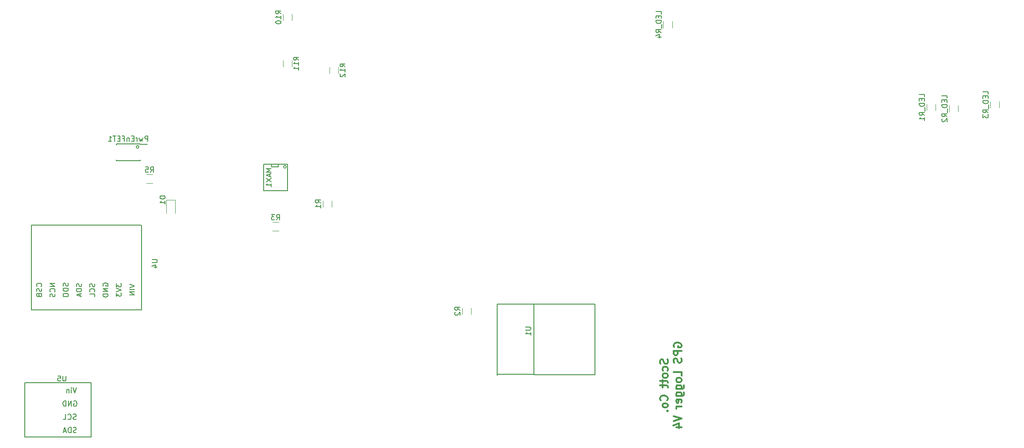
<source format=gbr>
G04 #@! TF.GenerationSoftware,KiCad,Pcbnew,(5.0.0)*
G04 #@! TF.CreationDate,2018-10-04T00:03:41-07:00*
G04 #@! TF.ProjectId,GPSLogger,4750534C6F676765722E6B696361645F,rev?*
G04 #@! TF.SameCoordinates,Original*
G04 #@! TF.FileFunction,Legend,Bot*
G04 #@! TF.FilePolarity,Positive*
%FSLAX46Y46*%
G04 Gerber Fmt 4.6, Leading zero omitted, Abs format (unit mm)*
G04 Created by KiCad (PCBNEW (5.0.0)) date 10/04/18 00:03:41*
%MOMM*%
%LPD*%
G01*
G04 APERTURE LIST*
%ADD10C,0.375000*%
%ADD11C,0.120000*%
%ADD12C,0.150000*%
G04 APERTURE END LIST*
D10*
X150120642Y-87477714D02*
X150192071Y-87692000D01*
X150192071Y-88049142D01*
X150120642Y-88192000D01*
X150049214Y-88263428D01*
X149906357Y-88334857D01*
X149763500Y-88334857D01*
X149620642Y-88263428D01*
X149549214Y-88192000D01*
X149477785Y-88049142D01*
X149406357Y-87763428D01*
X149334928Y-87620571D01*
X149263500Y-87549142D01*
X149120642Y-87477714D01*
X148977785Y-87477714D01*
X148834928Y-87549142D01*
X148763500Y-87620571D01*
X148692071Y-87763428D01*
X148692071Y-88120571D01*
X148763500Y-88334857D01*
X150120642Y-89620571D02*
X150192071Y-89477714D01*
X150192071Y-89192000D01*
X150120642Y-89049142D01*
X150049214Y-88977714D01*
X149906357Y-88906285D01*
X149477785Y-88906285D01*
X149334928Y-88977714D01*
X149263500Y-89049142D01*
X149192071Y-89192000D01*
X149192071Y-89477714D01*
X149263500Y-89620571D01*
X150192071Y-90477714D02*
X150120642Y-90334857D01*
X150049214Y-90263428D01*
X149906357Y-90192000D01*
X149477785Y-90192000D01*
X149334928Y-90263428D01*
X149263500Y-90334857D01*
X149192071Y-90477714D01*
X149192071Y-90692000D01*
X149263500Y-90834857D01*
X149334928Y-90906285D01*
X149477785Y-90977714D01*
X149906357Y-90977714D01*
X150049214Y-90906285D01*
X150120642Y-90834857D01*
X150192071Y-90692000D01*
X150192071Y-90477714D01*
X149192071Y-91406285D02*
X149192071Y-91977714D01*
X148692071Y-91620571D02*
X149977785Y-91620571D01*
X150120642Y-91692000D01*
X150192071Y-91834857D01*
X150192071Y-91977714D01*
X149192071Y-92263428D02*
X149192071Y-92834857D01*
X148692071Y-92477714D02*
X149977785Y-92477714D01*
X150120642Y-92549142D01*
X150192071Y-92692000D01*
X150192071Y-92834857D01*
X150049214Y-95334857D02*
X150120642Y-95263428D01*
X150192071Y-95049142D01*
X150192071Y-94906285D01*
X150120642Y-94692000D01*
X149977785Y-94549142D01*
X149834928Y-94477714D01*
X149549214Y-94406285D01*
X149334928Y-94406285D01*
X149049214Y-94477714D01*
X148906357Y-94549142D01*
X148763500Y-94692000D01*
X148692071Y-94906285D01*
X148692071Y-95049142D01*
X148763500Y-95263428D01*
X148834928Y-95334857D01*
X150192071Y-96192000D02*
X150120642Y-96049142D01*
X150049214Y-95977714D01*
X149906357Y-95906285D01*
X149477785Y-95906285D01*
X149334928Y-95977714D01*
X149263500Y-96049142D01*
X149192071Y-96192000D01*
X149192071Y-96406285D01*
X149263500Y-96549142D01*
X149334928Y-96620571D01*
X149477785Y-96692000D01*
X149906357Y-96692000D01*
X150049214Y-96620571D01*
X150120642Y-96549142D01*
X150192071Y-96406285D01*
X150192071Y-96192000D01*
X150049214Y-97334857D02*
X150120642Y-97406285D01*
X150192071Y-97334857D01*
X150120642Y-97263428D01*
X150049214Y-97334857D01*
X150192071Y-97334857D01*
X151388500Y-85120571D02*
X151317071Y-84977714D01*
X151317071Y-84763428D01*
X151388500Y-84549142D01*
X151531357Y-84406285D01*
X151674214Y-84334857D01*
X151959928Y-84263428D01*
X152174214Y-84263428D01*
X152459928Y-84334857D01*
X152602785Y-84406285D01*
X152745642Y-84549142D01*
X152817071Y-84763428D01*
X152817071Y-84906285D01*
X152745642Y-85120571D01*
X152674214Y-85192000D01*
X152174214Y-85192000D01*
X152174214Y-84906285D01*
X152817071Y-85834857D02*
X151317071Y-85834857D01*
X151317071Y-86406285D01*
X151388500Y-86549142D01*
X151459928Y-86620571D01*
X151602785Y-86692000D01*
X151817071Y-86692000D01*
X151959928Y-86620571D01*
X152031357Y-86549142D01*
X152102785Y-86406285D01*
X152102785Y-85834857D01*
X152745642Y-87263428D02*
X152817071Y-87477714D01*
X152817071Y-87834857D01*
X152745642Y-87977714D01*
X152674214Y-88049142D01*
X152531357Y-88120571D01*
X152388500Y-88120571D01*
X152245642Y-88049142D01*
X152174214Y-87977714D01*
X152102785Y-87834857D01*
X152031357Y-87549142D01*
X151959928Y-87406285D01*
X151888500Y-87334857D01*
X151745642Y-87263428D01*
X151602785Y-87263428D01*
X151459928Y-87334857D01*
X151388500Y-87406285D01*
X151317071Y-87549142D01*
X151317071Y-87906285D01*
X151388500Y-88120571D01*
X152817071Y-90620571D02*
X152817071Y-89906285D01*
X151317071Y-89906285D01*
X152817071Y-91334857D02*
X152745642Y-91192000D01*
X152674214Y-91120571D01*
X152531357Y-91049142D01*
X152102785Y-91049142D01*
X151959928Y-91120571D01*
X151888500Y-91192000D01*
X151817071Y-91334857D01*
X151817071Y-91549142D01*
X151888500Y-91692000D01*
X151959928Y-91763428D01*
X152102785Y-91834857D01*
X152531357Y-91834857D01*
X152674214Y-91763428D01*
X152745642Y-91692000D01*
X152817071Y-91549142D01*
X152817071Y-91334857D01*
X151817071Y-93120571D02*
X153031357Y-93120571D01*
X153174214Y-93049142D01*
X153245642Y-92977714D01*
X153317071Y-92834857D01*
X153317071Y-92620571D01*
X153245642Y-92477714D01*
X152745642Y-93120571D02*
X152817071Y-92977714D01*
X152817071Y-92692000D01*
X152745642Y-92549142D01*
X152674214Y-92477714D01*
X152531357Y-92406285D01*
X152102785Y-92406285D01*
X151959928Y-92477714D01*
X151888500Y-92549142D01*
X151817071Y-92692000D01*
X151817071Y-92977714D01*
X151888500Y-93120571D01*
X151817071Y-94477714D02*
X153031357Y-94477714D01*
X153174214Y-94406285D01*
X153245642Y-94334857D01*
X153317071Y-94192000D01*
X153317071Y-93977714D01*
X153245642Y-93834857D01*
X152745642Y-94477714D02*
X152817071Y-94334857D01*
X152817071Y-94049142D01*
X152745642Y-93906285D01*
X152674214Y-93834857D01*
X152531357Y-93763428D01*
X152102785Y-93763428D01*
X151959928Y-93834857D01*
X151888500Y-93906285D01*
X151817071Y-94049142D01*
X151817071Y-94334857D01*
X151888500Y-94477714D01*
X152745642Y-95763428D02*
X152817071Y-95620571D01*
X152817071Y-95334857D01*
X152745642Y-95192000D01*
X152602785Y-95120571D01*
X152031357Y-95120571D01*
X151888500Y-95192000D01*
X151817071Y-95334857D01*
X151817071Y-95620571D01*
X151888500Y-95763428D01*
X152031357Y-95834857D01*
X152174214Y-95834857D01*
X152317071Y-95120571D01*
X152817071Y-96477714D02*
X151817071Y-96477714D01*
X152102785Y-96477714D02*
X151959928Y-96549142D01*
X151888500Y-96620571D01*
X151817071Y-96763428D01*
X151817071Y-96906285D01*
X151317071Y-98334857D02*
X152817071Y-98834857D01*
X151317071Y-99334857D01*
X151817071Y-100477714D02*
X152817071Y-100477714D01*
X151245642Y-100120571D02*
X152317071Y-99763428D01*
X152317071Y-100692000D01*
D11*
G04 #@! TO.C,D1*
X54218000Y-56906000D02*
X55918000Y-56906000D01*
X55918000Y-56906000D02*
X55918000Y-59456000D01*
X54218000Y-56906000D02*
X54218000Y-59456000D01*
G04 #@! TO.C,LED_R1*
X201490000Y-39702000D02*
X201490000Y-38502000D01*
X199730000Y-38502000D02*
X199730000Y-39702000D01*
G04 #@! TO.C,LED_R2*
X205808000Y-39956000D02*
X205808000Y-38756000D01*
X204048000Y-38756000D02*
X204048000Y-39956000D01*
G04 #@! TO.C,LED_R3*
X213682000Y-39194000D02*
X213682000Y-37994000D01*
X211922000Y-37994000D02*
X211922000Y-39194000D01*
G04 #@! TO.C,LED_R4*
X151071000Y-23827000D02*
X151071000Y-22627000D01*
X149311000Y-22627000D02*
X149311000Y-23827000D01*
D12*
G04 #@! TO.C,MAX1*
X77166000Y-50532000D02*
G75*
G03X77166000Y-50532000I-254000J0D01*
G01*
X72848000Y-50024000D02*
X72848000Y-55104000D01*
X72848000Y-55104000D02*
X77420000Y-55104000D01*
X77420000Y-55104000D02*
X77420000Y-50024000D01*
X77420000Y-50024000D02*
X72848000Y-50024000D01*
X74372000Y-50024000D02*
X74372000Y-50532000D01*
X74372000Y-50532000D02*
X75642000Y-50532000D01*
X75642000Y-50532000D02*
X75642000Y-50024000D01*
G04 #@! TO.C,PwrEnFET1*
X48972000Y-46722000D02*
G75*
G03X48972000Y-46722000I-254000J0D01*
G01*
X49265000Y-46113000D02*
X49265000Y-46213000D01*
X44615000Y-46113000D02*
X44615000Y-46313000D01*
X44615000Y-49363000D02*
X44615000Y-49163000D01*
X49265000Y-49363000D02*
X49265000Y-49163000D01*
X49265000Y-46113000D02*
X44615000Y-46113000D01*
X49265000Y-49363000D02*
X44615000Y-49363000D01*
X49265000Y-46213000D02*
X50615000Y-46213000D01*
D11*
G04 #@! TO.C,R1*
X85920000Y-58244000D02*
X85920000Y-57044000D01*
X84160000Y-57044000D02*
X84160000Y-58244000D01*
G04 #@! TO.C,R2*
X112590000Y-78818000D02*
X112590000Y-77618000D01*
X110830000Y-77618000D02*
X110830000Y-78818000D01*
G04 #@! TO.C,R3*
X74534000Y-62842000D02*
X75734000Y-62842000D01*
X75734000Y-61082000D02*
X74534000Y-61082000D01*
G04 #@! TO.C,R5*
X50404000Y-53698000D02*
X51604000Y-53698000D01*
X51604000Y-51938000D02*
X50404000Y-51938000D01*
G04 #@! TO.C,R10*
X78300000Y-22430000D02*
X78300000Y-21230000D01*
X76540000Y-21230000D02*
X76540000Y-22430000D01*
G04 #@! TO.C,R11*
X76540000Y-30120000D02*
X76540000Y-31320000D01*
X78300000Y-31320000D02*
X78300000Y-30120000D01*
G04 #@! TO.C,R12*
X85430000Y-31390000D02*
X85430000Y-32590000D01*
X87190000Y-32590000D02*
X87190000Y-31390000D01*
D12*
G04 #@! TO.C,U4*
X28398000Y-77964000D02*
X49398000Y-77964000D01*
X49480000Y-77964000D02*
X49480000Y-61708000D01*
X49398000Y-61708000D02*
X28398000Y-61708000D01*
X28398000Y-61764000D02*
X28398000Y-77964000D01*
G04 #@! TO.C,U5*
X39828000Y-91934000D02*
X39828000Y-102348000D01*
X39828000Y-102348000D02*
X28398000Y-102348000D01*
X28398000Y-102348000D02*
X27128000Y-102348000D01*
X27128000Y-102348000D02*
X27128000Y-91934000D01*
X27128000Y-91934000D02*
X39828000Y-91934000D01*
G04 #@! TO.C,U1*
X124537000Y-90346500D02*
X117615500Y-90346500D01*
X124600500Y-76884500D02*
X117552000Y-76884500D01*
X117552000Y-76884500D02*
X117552000Y-90473500D01*
X136256000Y-76876000D02*
X124556000Y-76876000D01*
X124556000Y-76876000D02*
X124556000Y-90376000D01*
X124556000Y-90376000D02*
X136256000Y-90376000D01*
X136256000Y-76876000D02*
X136256000Y-90376000D01*
G04 #@! TO.C,D1*
X53996380Y-56143904D02*
X52996380Y-56143904D01*
X52996380Y-56382000D01*
X53044000Y-56524857D01*
X53139238Y-56620095D01*
X53234476Y-56667714D01*
X53424952Y-56715333D01*
X53567809Y-56715333D01*
X53758285Y-56667714D01*
X53853523Y-56620095D01*
X53948761Y-56524857D01*
X53996380Y-56382000D01*
X53996380Y-56143904D01*
X53996380Y-57667714D02*
X53996380Y-57096285D01*
X53996380Y-57382000D02*
X52996380Y-57382000D01*
X53139238Y-57286761D01*
X53234476Y-57191523D01*
X53282095Y-57096285D01*
G04 #@! TO.C,LED_R1*
X199362380Y-37102000D02*
X199362380Y-36625809D01*
X198362380Y-36625809D01*
X198838571Y-37435333D02*
X198838571Y-37768666D01*
X199362380Y-37911523D02*
X199362380Y-37435333D01*
X198362380Y-37435333D01*
X198362380Y-37911523D01*
X199362380Y-38340095D02*
X198362380Y-38340095D01*
X198362380Y-38578190D01*
X198410000Y-38721047D01*
X198505238Y-38816285D01*
X198600476Y-38863904D01*
X198790952Y-38911523D01*
X198933809Y-38911523D01*
X199124285Y-38863904D01*
X199219523Y-38816285D01*
X199314761Y-38721047D01*
X199362380Y-38578190D01*
X199362380Y-38340095D01*
X199457619Y-39102000D02*
X199457619Y-39863904D01*
X199362380Y-40673428D02*
X198886190Y-40340095D01*
X199362380Y-40102000D02*
X198362380Y-40102000D01*
X198362380Y-40482952D01*
X198410000Y-40578190D01*
X198457619Y-40625809D01*
X198552857Y-40673428D01*
X198695714Y-40673428D01*
X198790952Y-40625809D01*
X198838571Y-40578190D01*
X198886190Y-40482952D01*
X198886190Y-40102000D01*
X199362380Y-41625809D02*
X199362380Y-41054380D01*
X199362380Y-41340095D02*
X198362380Y-41340095D01*
X198505238Y-41244857D01*
X198600476Y-41149619D01*
X198648095Y-41054380D01*
G04 #@! TO.C,LED_R2*
X203680380Y-37356000D02*
X203680380Y-36879809D01*
X202680380Y-36879809D01*
X203156571Y-37689333D02*
X203156571Y-38022666D01*
X203680380Y-38165523D02*
X203680380Y-37689333D01*
X202680380Y-37689333D01*
X202680380Y-38165523D01*
X203680380Y-38594095D02*
X202680380Y-38594095D01*
X202680380Y-38832190D01*
X202728000Y-38975047D01*
X202823238Y-39070285D01*
X202918476Y-39117904D01*
X203108952Y-39165523D01*
X203251809Y-39165523D01*
X203442285Y-39117904D01*
X203537523Y-39070285D01*
X203632761Y-38975047D01*
X203680380Y-38832190D01*
X203680380Y-38594095D01*
X203775619Y-39356000D02*
X203775619Y-40117904D01*
X203680380Y-40927428D02*
X203204190Y-40594095D01*
X203680380Y-40356000D02*
X202680380Y-40356000D01*
X202680380Y-40736952D01*
X202728000Y-40832190D01*
X202775619Y-40879809D01*
X202870857Y-40927428D01*
X203013714Y-40927428D01*
X203108952Y-40879809D01*
X203156571Y-40832190D01*
X203204190Y-40736952D01*
X203204190Y-40356000D01*
X202775619Y-41308380D02*
X202728000Y-41356000D01*
X202680380Y-41451238D01*
X202680380Y-41689333D01*
X202728000Y-41784571D01*
X202775619Y-41832190D01*
X202870857Y-41879809D01*
X202966095Y-41879809D01*
X203108952Y-41832190D01*
X203680380Y-41260761D01*
X203680380Y-41879809D01*
G04 #@! TO.C,LED_R3*
X211554380Y-36594000D02*
X211554380Y-36117809D01*
X210554380Y-36117809D01*
X211030571Y-36927333D02*
X211030571Y-37260666D01*
X211554380Y-37403523D02*
X211554380Y-36927333D01*
X210554380Y-36927333D01*
X210554380Y-37403523D01*
X211554380Y-37832095D02*
X210554380Y-37832095D01*
X210554380Y-38070190D01*
X210602000Y-38213047D01*
X210697238Y-38308285D01*
X210792476Y-38355904D01*
X210982952Y-38403523D01*
X211125809Y-38403523D01*
X211316285Y-38355904D01*
X211411523Y-38308285D01*
X211506761Y-38213047D01*
X211554380Y-38070190D01*
X211554380Y-37832095D01*
X211649619Y-38594000D02*
X211649619Y-39355904D01*
X211554380Y-40165428D02*
X211078190Y-39832095D01*
X211554380Y-39594000D02*
X210554380Y-39594000D01*
X210554380Y-39974952D01*
X210602000Y-40070190D01*
X210649619Y-40117809D01*
X210744857Y-40165428D01*
X210887714Y-40165428D01*
X210982952Y-40117809D01*
X211030571Y-40070190D01*
X211078190Y-39974952D01*
X211078190Y-39594000D01*
X210554380Y-40498761D02*
X210554380Y-41117809D01*
X210935333Y-40784476D01*
X210935333Y-40927333D01*
X210982952Y-41022571D01*
X211030571Y-41070190D01*
X211125809Y-41117809D01*
X211363904Y-41117809D01*
X211459142Y-41070190D01*
X211506761Y-41022571D01*
X211554380Y-40927333D01*
X211554380Y-40641619D01*
X211506761Y-40546380D01*
X211459142Y-40498761D01*
G04 #@! TO.C,LED_R4*
X148943380Y-21227000D02*
X148943380Y-20750809D01*
X147943380Y-20750809D01*
X148419571Y-21560333D02*
X148419571Y-21893666D01*
X148943380Y-22036523D02*
X148943380Y-21560333D01*
X147943380Y-21560333D01*
X147943380Y-22036523D01*
X148943380Y-22465095D02*
X147943380Y-22465095D01*
X147943380Y-22703190D01*
X147991000Y-22846047D01*
X148086238Y-22941285D01*
X148181476Y-22988904D01*
X148371952Y-23036523D01*
X148514809Y-23036523D01*
X148705285Y-22988904D01*
X148800523Y-22941285D01*
X148895761Y-22846047D01*
X148943380Y-22703190D01*
X148943380Y-22465095D01*
X149038619Y-23227000D02*
X149038619Y-23988904D01*
X148943380Y-24798428D02*
X148467190Y-24465095D01*
X148943380Y-24227000D02*
X147943380Y-24227000D01*
X147943380Y-24607952D01*
X147991000Y-24703190D01*
X148038619Y-24750809D01*
X148133857Y-24798428D01*
X148276714Y-24798428D01*
X148371952Y-24750809D01*
X148419571Y-24703190D01*
X148467190Y-24607952D01*
X148467190Y-24227000D01*
X148276714Y-25655571D02*
X148943380Y-25655571D01*
X147895761Y-25417476D02*
X148610047Y-25179380D01*
X148610047Y-25798428D01*
G04 #@! TO.C,MAX1*
X74316380Y-50849714D02*
X73316380Y-50849714D01*
X74030666Y-51183047D01*
X73316380Y-51516380D01*
X74316380Y-51516380D01*
X74030666Y-51944952D02*
X74030666Y-52421142D01*
X74316380Y-51849714D02*
X73316380Y-52183047D01*
X74316380Y-52516380D01*
X73316380Y-52754476D02*
X74316380Y-53421142D01*
X73316380Y-53421142D02*
X74316380Y-52754476D01*
X74316380Y-54325904D02*
X74316380Y-53754476D01*
X74316380Y-54040190D02*
X73316380Y-54040190D01*
X73459238Y-53944952D01*
X73554476Y-53849714D01*
X73602095Y-53754476D01*
G04 #@! TO.C,PwrEnFET1*
X50678095Y-45640380D02*
X50678095Y-44640380D01*
X50297142Y-44640380D01*
X50201904Y-44688000D01*
X50154285Y-44735619D01*
X50106666Y-44830857D01*
X50106666Y-44973714D01*
X50154285Y-45068952D01*
X50201904Y-45116571D01*
X50297142Y-45164190D01*
X50678095Y-45164190D01*
X49773333Y-44973714D02*
X49582857Y-45640380D01*
X49392380Y-45164190D01*
X49201904Y-45640380D01*
X49011428Y-44973714D01*
X48630476Y-45640380D02*
X48630476Y-44973714D01*
X48630476Y-45164190D02*
X48582857Y-45068952D01*
X48535238Y-45021333D01*
X48440000Y-44973714D01*
X48344761Y-44973714D01*
X48011428Y-45116571D02*
X47678095Y-45116571D01*
X47535238Y-45640380D02*
X48011428Y-45640380D01*
X48011428Y-44640380D01*
X47535238Y-44640380D01*
X47106666Y-44973714D02*
X47106666Y-45640380D01*
X47106666Y-45068952D02*
X47059047Y-45021333D01*
X46963809Y-44973714D01*
X46820952Y-44973714D01*
X46725714Y-45021333D01*
X46678095Y-45116571D01*
X46678095Y-45640380D01*
X45868571Y-45116571D02*
X46201904Y-45116571D01*
X46201904Y-45640380D02*
X46201904Y-44640380D01*
X45725714Y-44640380D01*
X45344761Y-45116571D02*
X45011428Y-45116571D01*
X44868571Y-45640380D02*
X45344761Y-45640380D01*
X45344761Y-44640380D01*
X44868571Y-44640380D01*
X44582857Y-44640380D02*
X44011428Y-44640380D01*
X44297142Y-45640380D02*
X44297142Y-44640380D01*
X43154285Y-45640380D02*
X43725714Y-45640380D01*
X43440000Y-45640380D02*
X43440000Y-44640380D01*
X43535238Y-44783238D01*
X43630476Y-44878476D01*
X43725714Y-44926095D01*
G04 #@! TO.C,R1*
X83792380Y-57477333D02*
X83316190Y-57144000D01*
X83792380Y-56905904D02*
X82792380Y-56905904D01*
X82792380Y-57286857D01*
X82840000Y-57382095D01*
X82887619Y-57429714D01*
X82982857Y-57477333D01*
X83125714Y-57477333D01*
X83220952Y-57429714D01*
X83268571Y-57382095D01*
X83316190Y-57286857D01*
X83316190Y-56905904D01*
X83792380Y-58429714D02*
X83792380Y-57858285D01*
X83792380Y-58144000D02*
X82792380Y-58144000D01*
X82935238Y-58048761D01*
X83030476Y-57953523D01*
X83078095Y-57858285D01*
G04 #@! TO.C,R2*
X110462380Y-78051333D02*
X109986190Y-77718000D01*
X110462380Y-77479904D02*
X109462380Y-77479904D01*
X109462380Y-77860857D01*
X109510000Y-77956095D01*
X109557619Y-78003714D01*
X109652857Y-78051333D01*
X109795714Y-78051333D01*
X109890952Y-78003714D01*
X109938571Y-77956095D01*
X109986190Y-77860857D01*
X109986190Y-77479904D01*
X109557619Y-78432285D02*
X109510000Y-78479904D01*
X109462380Y-78575142D01*
X109462380Y-78813238D01*
X109510000Y-78908476D01*
X109557619Y-78956095D01*
X109652857Y-79003714D01*
X109748095Y-79003714D01*
X109890952Y-78956095D01*
X110462380Y-78384666D01*
X110462380Y-79003714D01*
G04 #@! TO.C,R3*
X75300666Y-60714380D02*
X75634000Y-60238190D01*
X75872095Y-60714380D02*
X75872095Y-59714380D01*
X75491142Y-59714380D01*
X75395904Y-59762000D01*
X75348285Y-59809619D01*
X75300666Y-59904857D01*
X75300666Y-60047714D01*
X75348285Y-60142952D01*
X75395904Y-60190571D01*
X75491142Y-60238190D01*
X75872095Y-60238190D01*
X74967333Y-59714380D02*
X74348285Y-59714380D01*
X74681619Y-60095333D01*
X74538761Y-60095333D01*
X74443523Y-60142952D01*
X74395904Y-60190571D01*
X74348285Y-60285809D01*
X74348285Y-60523904D01*
X74395904Y-60619142D01*
X74443523Y-60666761D01*
X74538761Y-60714380D01*
X74824476Y-60714380D01*
X74919714Y-60666761D01*
X74967333Y-60619142D01*
G04 #@! TO.C,R5*
X51170666Y-51570380D02*
X51504000Y-51094190D01*
X51742095Y-51570380D02*
X51742095Y-50570380D01*
X51361142Y-50570380D01*
X51265904Y-50618000D01*
X51218285Y-50665619D01*
X51170666Y-50760857D01*
X51170666Y-50903714D01*
X51218285Y-50998952D01*
X51265904Y-51046571D01*
X51361142Y-51094190D01*
X51742095Y-51094190D01*
X50265904Y-50570380D02*
X50742095Y-50570380D01*
X50789714Y-51046571D01*
X50742095Y-50998952D01*
X50646857Y-50951333D01*
X50408761Y-50951333D01*
X50313523Y-50998952D01*
X50265904Y-51046571D01*
X50218285Y-51141809D01*
X50218285Y-51379904D01*
X50265904Y-51475142D01*
X50313523Y-51522761D01*
X50408761Y-51570380D01*
X50646857Y-51570380D01*
X50742095Y-51522761D01*
X50789714Y-51475142D01*
G04 #@! TO.C,R10*
X76172380Y-21187142D02*
X75696190Y-20853809D01*
X76172380Y-20615714D02*
X75172380Y-20615714D01*
X75172380Y-20996666D01*
X75220000Y-21091904D01*
X75267619Y-21139523D01*
X75362857Y-21187142D01*
X75505714Y-21187142D01*
X75600952Y-21139523D01*
X75648571Y-21091904D01*
X75696190Y-20996666D01*
X75696190Y-20615714D01*
X76172380Y-22139523D02*
X76172380Y-21568095D01*
X76172380Y-21853809D02*
X75172380Y-21853809D01*
X75315238Y-21758571D01*
X75410476Y-21663333D01*
X75458095Y-21568095D01*
X75172380Y-22758571D02*
X75172380Y-22853809D01*
X75220000Y-22949047D01*
X75267619Y-22996666D01*
X75362857Y-23044285D01*
X75553333Y-23091904D01*
X75791428Y-23091904D01*
X75981904Y-23044285D01*
X76077142Y-22996666D01*
X76124761Y-22949047D01*
X76172380Y-22853809D01*
X76172380Y-22758571D01*
X76124761Y-22663333D01*
X76077142Y-22615714D01*
X75981904Y-22568095D01*
X75791428Y-22520476D01*
X75553333Y-22520476D01*
X75362857Y-22568095D01*
X75267619Y-22615714D01*
X75220000Y-22663333D01*
X75172380Y-22758571D01*
G04 #@! TO.C,R11*
X79572380Y-30077142D02*
X79096190Y-29743809D01*
X79572380Y-29505714D02*
X78572380Y-29505714D01*
X78572380Y-29886666D01*
X78620000Y-29981904D01*
X78667619Y-30029523D01*
X78762857Y-30077142D01*
X78905714Y-30077142D01*
X79000952Y-30029523D01*
X79048571Y-29981904D01*
X79096190Y-29886666D01*
X79096190Y-29505714D01*
X79572380Y-31029523D02*
X79572380Y-30458095D01*
X79572380Y-30743809D02*
X78572380Y-30743809D01*
X78715238Y-30648571D01*
X78810476Y-30553333D01*
X78858095Y-30458095D01*
X79572380Y-31981904D02*
X79572380Y-31410476D01*
X79572380Y-31696190D02*
X78572380Y-31696190D01*
X78715238Y-31600952D01*
X78810476Y-31505714D01*
X78858095Y-31410476D01*
G04 #@! TO.C,R12*
X88462380Y-31347142D02*
X87986190Y-31013809D01*
X88462380Y-30775714D02*
X87462380Y-30775714D01*
X87462380Y-31156666D01*
X87510000Y-31251904D01*
X87557619Y-31299523D01*
X87652857Y-31347142D01*
X87795714Y-31347142D01*
X87890952Y-31299523D01*
X87938571Y-31251904D01*
X87986190Y-31156666D01*
X87986190Y-30775714D01*
X88462380Y-32299523D02*
X88462380Y-31728095D01*
X88462380Y-32013809D02*
X87462380Y-32013809D01*
X87605238Y-31918571D01*
X87700476Y-31823333D01*
X87748095Y-31728095D01*
X87557619Y-32680476D02*
X87510000Y-32728095D01*
X87462380Y-32823333D01*
X87462380Y-33061428D01*
X87510000Y-33156666D01*
X87557619Y-33204285D01*
X87652857Y-33251904D01*
X87748095Y-33251904D01*
X87890952Y-33204285D01*
X88462380Y-32632857D01*
X88462380Y-33251904D01*
G04 #@! TO.C,U4*
X51480380Y-68312095D02*
X52289904Y-68312095D01*
X52385142Y-68359714D01*
X52432761Y-68407333D01*
X52480380Y-68502571D01*
X52480380Y-68693047D01*
X52432761Y-68788285D01*
X52385142Y-68835904D01*
X52289904Y-68883523D01*
X51480380Y-68883523D01*
X51813714Y-69788285D02*
X52480380Y-69788285D01*
X51432761Y-69550190D02*
X52147047Y-69312095D01*
X52147047Y-69931142D01*
X30279142Y-73487333D02*
X30326761Y-73439714D01*
X30374380Y-73296857D01*
X30374380Y-73201619D01*
X30326761Y-73058761D01*
X30231523Y-72963523D01*
X30136285Y-72915904D01*
X29945809Y-72868285D01*
X29802952Y-72868285D01*
X29612476Y-72915904D01*
X29517238Y-72963523D01*
X29422000Y-73058761D01*
X29374380Y-73201619D01*
X29374380Y-73296857D01*
X29422000Y-73439714D01*
X29469619Y-73487333D01*
X30326761Y-73868285D02*
X30374380Y-74011142D01*
X30374380Y-74249238D01*
X30326761Y-74344476D01*
X30279142Y-74392095D01*
X30183904Y-74439714D01*
X30088666Y-74439714D01*
X29993428Y-74392095D01*
X29945809Y-74344476D01*
X29898190Y-74249238D01*
X29850571Y-74058761D01*
X29802952Y-73963523D01*
X29755333Y-73915904D01*
X29660095Y-73868285D01*
X29564857Y-73868285D01*
X29469619Y-73915904D01*
X29422000Y-73963523D01*
X29374380Y-74058761D01*
X29374380Y-74296857D01*
X29422000Y-74439714D01*
X29850571Y-75201619D02*
X29898190Y-75344476D01*
X29945809Y-75392095D01*
X30041047Y-75439714D01*
X30183904Y-75439714D01*
X30279142Y-75392095D01*
X30326761Y-75344476D01*
X30374380Y-75249238D01*
X30374380Y-74868285D01*
X29374380Y-74868285D01*
X29374380Y-75201619D01*
X29422000Y-75296857D01*
X29469619Y-75344476D01*
X29564857Y-75392095D01*
X29660095Y-75392095D01*
X29755333Y-75344476D01*
X29802952Y-75296857D01*
X29850571Y-75201619D01*
X29850571Y-74868285D01*
X32914380Y-72892095D02*
X31914380Y-72892095D01*
X32914380Y-73463523D01*
X31914380Y-73463523D01*
X32819142Y-74511142D02*
X32866761Y-74463523D01*
X32914380Y-74320666D01*
X32914380Y-74225428D01*
X32866761Y-74082571D01*
X32771523Y-73987333D01*
X32676285Y-73939714D01*
X32485809Y-73892095D01*
X32342952Y-73892095D01*
X32152476Y-73939714D01*
X32057238Y-73987333D01*
X31962000Y-74082571D01*
X31914380Y-74225428D01*
X31914380Y-74320666D01*
X31962000Y-74463523D01*
X32009619Y-74511142D01*
X32866761Y-74892095D02*
X32914380Y-75034952D01*
X32914380Y-75273047D01*
X32866761Y-75368285D01*
X32819142Y-75415904D01*
X32723904Y-75463523D01*
X32628666Y-75463523D01*
X32533428Y-75415904D01*
X32485809Y-75368285D01*
X32438190Y-75273047D01*
X32390571Y-75082571D01*
X32342952Y-74987333D01*
X32295333Y-74939714D01*
X32200095Y-74892095D01*
X32104857Y-74892095D01*
X32009619Y-74939714D01*
X31962000Y-74987333D01*
X31914380Y-75082571D01*
X31914380Y-75320666D01*
X31962000Y-75463523D01*
X35406761Y-72844476D02*
X35454380Y-72987333D01*
X35454380Y-73225428D01*
X35406761Y-73320666D01*
X35359142Y-73368285D01*
X35263904Y-73415904D01*
X35168666Y-73415904D01*
X35073428Y-73368285D01*
X35025809Y-73320666D01*
X34978190Y-73225428D01*
X34930571Y-73034952D01*
X34882952Y-72939714D01*
X34835333Y-72892095D01*
X34740095Y-72844476D01*
X34644857Y-72844476D01*
X34549619Y-72892095D01*
X34502000Y-72939714D01*
X34454380Y-73034952D01*
X34454380Y-73273047D01*
X34502000Y-73415904D01*
X35454380Y-73844476D02*
X34454380Y-73844476D01*
X34454380Y-74082571D01*
X34502000Y-74225428D01*
X34597238Y-74320666D01*
X34692476Y-74368285D01*
X34882952Y-74415904D01*
X35025809Y-74415904D01*
X35216285Y-74368285D01*
X35311523Y-74320666D01*
X35406761Y-74225428D01*
X35454380Y-74082571D01*
X35454380Y-73844476D01*
X34454380Y-75034952D02*
X34454380Y-75225428D01*
X34502000Y-75320666D01*
X34597238Y-75415904D01*
X34787714Y-75463523D01*
X35121047Y-75463523D01*
X35311523Y-75415904D01*
X35406761Y-75320666D01*
X35454380Y-75225428D01*
X35454380Y-75034952D01*
X35406761Y-74939714D01*
X35311523Y-74844476D01*
X35121047Y-74796857D01*
X34787714Y-74796857D01*
X34597238Y-74844476D01*
X34502000Y-74939714D01*
X34454380Y-75034952D01*
X37946761Y-72939714D02*
X37994380Y-73082571D01*
X37994380Y-73320666D01*
X37946761Y-73415904D01*
X37899142Y-73463523D01*
X37803904Y-73511142D01*
X37708666Y-73511142D01*
X37613428Y-73463523D01*
X37565809Y-73415904D01*
X37518190Y-73320666D01*
X37470571Y-73130190D01*
X37422952Y-73034952D01*
X37375333Y-72987333D01*
X37280095Y-72939714D01*
X37184857Y-72939714D01*
X37089619Y-72987333D01*
X37042000Y-73034952D01*
X36994380Y-73130190D01*
X36994380Y-73368285D01*
X37042000Y-73511142D01*
X37994380Y-73939714D02*
X36994380Y-73939714D01*
X36994380Y-74177809D01*
X37042000Y-74320666D01*
X37137238Y-74415904D01*
X37232476Y-74463523D01*
X37422952Y-74511142D01*
X37565809Y-74511142D01*
X37756285Y-74463523D01*
X37851523Y-74415904D01*
X37946761Y-74320666D01*
X37994380Y-74177809D01*
X37994380Y-73939714D01*
X37708666Y-74892095D02*
X37708666Y-75368285D01*
X37994380Y-74796857D02*
X36994380Y-75130190D01*
X37994380Y-75463523D01*
X40486761Y-72963523D02*
X40534380Y-73106380D01*
X40534380Y-73344476D01*
X40486761Y-73439714D01*
X40439142Y-73487333D01*
X40343904Y-73534952D01*
X40248666Y-73534952D01*
X40153428Y-73487333D01*
X40105809Y-73439714D01*
X40058190Y-73344476D01*
X40010571Y-73154000D01*
X39962952Y-73058761D01*
X39915333Y-73011142D01*
X39820095Y-72963523D01*
X39724857Y-72963523D01*
X39629619Y-73011142D01*
X39582000Y-73058761D01*
X39534380Y-73154000D01*
X39534380Y-73392095D01*
X39582000Y-73534952D01*
X40439142Y-74534952D02*
X40486761Y-74487333D01*
X40534380Y-74344476D01*
X40534380Y-74249238D01*
X40486761Y-74106380D01*
X40391523Y-74011142D01*
X40296285Y-73963523D01*
X40105809Y-73915904D01*
X39962952Y-73915904D01*
X39772476Y-73963523D01*
X39677238Y-74011142D01*
X39582000Y-74106380D01*
X39534380Y-74249238D01*
X39534380Y-74344476D01*
X39582000Y-74487333D01*
X39629619Y-74534952D01*
X40534380Y-75439714D02*
X40534380Y-74963523D01*
X39534380Y-74963523D01*
X42122000Y-73392095D02*
X42074380Y-73296857D01*
X42074380Y-73154000D01*
X42122000Y-73011142D01*
X42217238Y-72915904D01*
X42312476Y-72868285D01*
X42502952Y-72820666D01*
X42645809Y-72820666D01*
X42836285Y-72868285D01*
X42931523Y-72915904D01*
X43026761Y-73011142D01*
X43074380Y-73154000D01*
X43074380Y-73249238D01*
X43026761Y-73392095D01*
X42979142Y-73439714D01*
X42645809Y-73439714D01*
X42645809Y-73249238D01*
X43074380Y-73868285D02*
X42074380Y-73868285D01*
X43074380Y-74439714D01*
X42074380Y-74439714D01*
X43074380Y-74915904D02*
X42074380Y-74915904D01*
X42074380Y-75154000D01*
X42122000Y-75296857D01*
X42217238Y-75392095D01*
X42312476Y-75439714D01*
X42502952Y-75487333D01*
X42645809Y-75487333D01*
X42836285Y-75439714D01*
X42931523Y-75392095D01*
X43026761Y-75296857D01*
X43074380Y-75154000D01*
X43074380Y-74915904D01*
X44614380Y-72915904D02*
X44614380Y-73534952D01*
X44995333Y-73201619D01*
X44995333Y-73344476D01*
X45042952Y-73439714D01*
X45090571Y-73487333D01*
X45185809Y-73534952D01*
X45423904Y-73534952D01*
X45519142Y-73487333D01*
X45566761Y-73439714D01*
X45614380Y-73344476D01*
X45614380Y-73058761D01*
X45566761Y-72963523D01*
X45519142Y-72915904D01*
X44614380Y-73820666D02*
X45614380Y-74154000D01*
X44614380Y-74487333D01*
X44614380Y-74725428D02*
X44614380Y-75344476D01*
X44995333Y-75011142D01*
X44995333Y-75154000D01*
X45042952Y-75249238D01*
X45090571Y-75296857D01*
X45185809Y-75344476D01*
X45423904Y-75344476D01*
X45519142Y-75296857D01*
X45566761Y-75249238D01*
X45614380Y-75154000D01*
X45614380Y-74868285D01*
X45566761Y-74773047D01*
X45519142Y-74725428D01*
X47154380Y-73058761D02*
X48154380Y-73392095D01*
X47154380Y-73725428D01*
X48154380Y-74058761D02*
X47154380Y-74058761D01*
X48154380Y-74534952D02*
X47154380Y-74534952D01*
X48154380Y-75106380D01*
X47154380Y-75106380D01*
G04 #@! TO.C,U5*
X35004904Y-90640380D02*
X35004904Y-91449904D01*
X34957285Y-91545142D01*
X34909666Y-91592761D01*
X34814428Y-91640380D01*
X34623952Y-91640380D01*
X34528714Y-91592761D01*
X34481095Y-91545142D01*
X34433476Y-91449904D01*
X34433476Y-90640380D01*
X33481095Y-90640380D02*
X33957285Y-90640380D01*
X34004904Y-91116571D01*
X33957285Y-91068952D01*
X33862047Y-91021333D01*
X33623952Y-91021333D01*
X33528714Y-91068952D01*
X33481095Y-91116571D01*
X33433476Y-91211809D01*
X33433476Y-91449904D01*
X33481095Y-91545142D01*
X33528714Y-91592761D01*
X33623952Y-91640380D01*
X33862047Y-91640380D01*
X33957285Y-91592761D01*
X34004904Y-91545142D01*
X36978285Y-101482761D02*
X36835428Y-101530380D01*
X36597333Y-101530380D01*
X36502095Y-101482761D01*
X36454476Y-101435142D01*
X36406857Y-101339904D01*
X36406857Y-101244666D01*
X36454476Y-101149428D01*
X36502095Y-101101809D01*
X36597333Y-101054190D01*
X36787809Y-101006571D01*
X36883047Y-100958952D01*
X36930666Y-100911333D01*
X36978285Y-100816095D01*
X36978285Y-100720857D01*
X36930666Y-100625619D01*
X36883047Y-100578000D01*
X36787809Y-100530380D01*
X36549714Y-100530380D01*
X36406857Y-100578000D01*
X35978285Y-101530380D02*
X35978285Y-100530380D01*
X35740190Y-100530380D01*
X35597333Y-100578000D01*
X35502095Y-100673238D01*
X35454476Y-100768476D01*
X35406857Y-100958952D01*
X35406857Y-101101809D01*
X35454476Y-101292285D01*
X35502095Y-101387523D01*
X35597333Y-101482761D01*
X35740190Y-101530380D01*
X35978285Y-101530380D01*
X35025904Y-101244666D02*
X34549714Y-101244666D01*
X35121142Y-101530380D02*
X34787809Y-100530380D01*
X34454476Y-101530380D01*
X36954476Y-98942761D02*
X36811619Y-98990380D01*
X36573523Y-98990380D01*
X36478285Y-98942761D01*
X36430666Y-98895142D01*
X36383047Y-98799904D01*
X36383047Y-98704666D01*
X36430666Y-98609428D01*
X36478285Y-98561809D01*
X36573523Y-98514190D01*
X36764000Y-98466571D01*
X36859238Y-98418952D01*
X36906857Y-98371333D01*
X36954476Y-98276095D01*
X36954476Y-98180857D01*
X36906857Y-98085619D01*
X36859238Y-98038000D01*
X36764000Y-97990380D01*
X36525904Y-97990380D01*
X36383047Y-98038000D01*
X35383047Y-98895142D02*
X35430666Y-98942761D01*
X35573523Y-98990380D01*
X35668761Y-98990380D01*
X35811619Y-98942761D01*
X35906857Y-98847523D01*
X35954476Y-98752285D01*
X36002095Y-98561809D01*
X36002095Y-98418952D01*
X35954476Y-98228476D01*
X35906857Y-98133238D01*
X35811619Y-98038000D01*
X35668761Y-97990380D01*
X35573523Y-97990380D01*
X35430666Y-98038000D01*
X35383047Y-98085619D01*
X34478285Y-98990380D02*
X34954476Y-98990380D01*
X34954476Y-97990380D01*
X36525904Y-95498000D02*
X36621142Y-95450380D01*
X36764000Y-95450380D01*
X36906857Y-95498000D01*
X37002095Y-95593238D01*
X37049714Y-95688476D01*
X37097333Y-95878952D01*
X37097333Y-96021809D01*
X37049714Y-96212285D01*
X37002095Y-96307523D01*
X36906857Y-96402761D01*
X36764000Y-96450380D01*
X36668761Y-96450380D01*
X36525904Y-96402761D01*
X36478285Y-96355142D01*
X36478285Y-96021809D01*
X36668761Y-96021809D01*
X36049714Y-96450380D02*
X36049714Y-95450380D01*
X35478285Y-96450380D01*
X35478285Y-95450380D01*
X35002095Y-96450380D02*
X35002095Y-95450380D01*
X34764000Y-95450380D01*
X34621142Y-95498000D01*
X34525904Y-95593238D01*
X34478285Y-95688476D01*
X34430666Y-95878952D01*
X34430666Y-96021809D01*
X34478285Y-96212285D01*
X34525904Y-96307523D01*
X34621142Y-96402761D01*
X34764000Y-96450380D01*
X35002095Y-96450380D01*
X37041809Y-92910380D02*
X36708476Y-93910380D01*
X36375142Y-92910380D01*
X36041809Y-93910380D02*
X36041809Y-93243714D01*
X36041809Y-92910380D02*
X36089428Y-92958000D01*
X36041809Y-93005619D01*
X35994190Y-92958000D01*
X36041809Y-92910380D01*
X36041809Y-93005619D01*
X35565619Y-93243714D02*
X35565619Y-93910380D01*
X35565619Y-93338952D02*
X35518000Y-93291333D01*
X35422761Y-93243714D01*
X35279904Y-93243714D01*
X35184666Y-93291333D01*
X35137047Y-93386571D01*
X35137047Y-93910380D01*
G04 #@! TO.C,U1*
X122973380Y-81266095D02*
X123782904Y-81266095D01*
X123878142Y-81313714D01*
X123925761Y-81361333D01*
X123973380Y-81456571D01*
X123973380Y-81647047D01*
X123925761Y-81742285D01*
X123878142Y-81789904D01*
X123782904Y-81837523D01*
X122973380Y-81837523D01*
X123973380Y-82837523D02*
X123973380Y-82266095D01*
X123973380Y-82551809D02*
X122973380Y-82551809D01*
X123116238Y-82456571D01*
X123211476Y-82361333D01*
X123259095Y-82266095D01*
G04 #@! TD*
M02*

</source>
